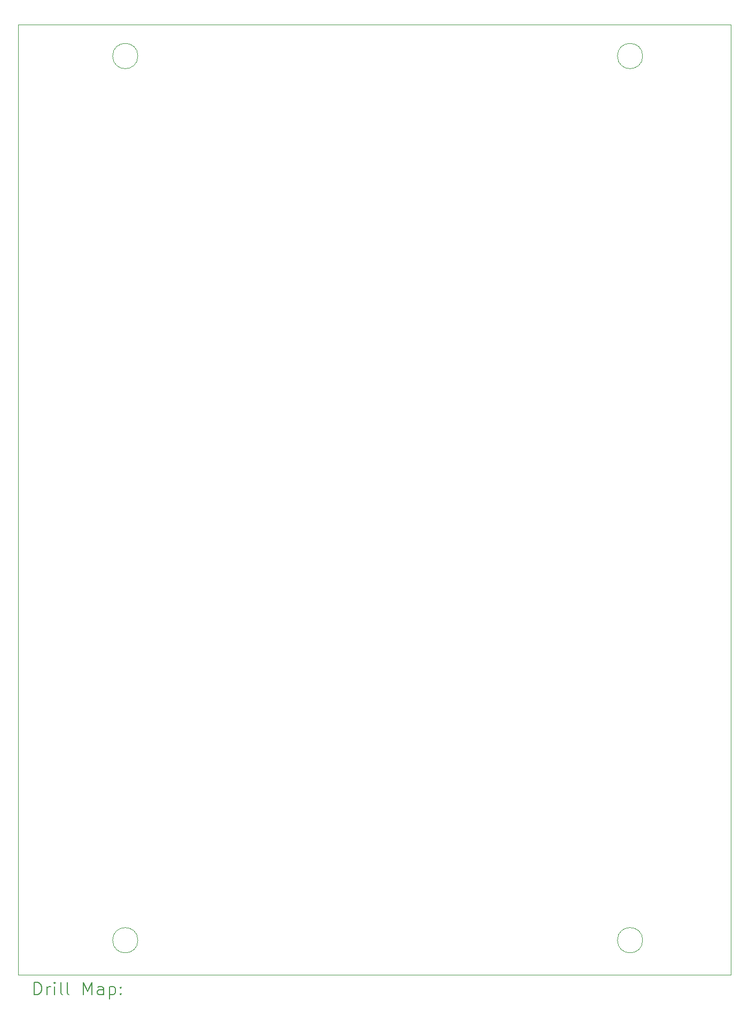
<source format=gbr>
%TF.GenerationSoftware,KiCad,Pcbnew,8.0.7-8.0.7-0~ubuntu22.04.1*%
%TF.CreationDate,2025-02-03T14:05:32-05:00*%
%TF.ProjectId,Keg Washer,4b656720-5761-4736-9865-722e6b696361,rev?*%
%TF.SameCoordinates,Original*%
%TF.FileFunction,Drillmap*%
%TF.FilePolarity,Positive*%
%FSLAX45Y45*%
G04 Gerber Fmt 4.5, Leading zero omitted, Abs format (unit mm)*
G04 Created by KiCad (PCBNEW 8.0.7-8.0.7-0~ubuntu22.04.1) date 2025-02-03 14:05:32*
%MOMM*%
%LPD*%
G01*
G04 APERTURE LIST*
%ADD10C,0.050000*%
%ADD11C,0.200000*%
G04 APERTURE END LIST*
D10*
X24650000Y-6500000D02*
G75*
G02*
X24250000Y-6500000I-200000J0D01*
G01*
X24250000Y-6500000D02*
G75*
G02*
X24650000Y-6500000I200000J0D01*
G01*
X16650000Y-6500000D02*
G75*
G02*
X16250000Y-6500000I-200000J0D01*
G01*
X16250000Y-6500000D02*
G75*
G02*
X16650000Y-6500000I200000J0D01*
G01*
X16650000Y-20500000D02*
G75*
G02*
X16250000Y-20500000I-200000J0D01*
G01*
X16250000Y-20500000D02*
G75*
G02*
X16650000Y-20500000I200000J0D01*
G01*
X24650000Y-20500000D02*
G75*
G02*
X24250000Y-20500000I-200000J0D01*
G01*
X24250000Y-20500000D02*
G75*
G02*
X24650000Y-20500000I200000J0D01*
G01*
X14750000Y-6000000D02*
X26050000Y-6000000D01*
X26050000Y-21050000D01*
X14750000Y-21050000D01*
X14750000Y-6000000D01*
D11*
X15008277Y-21363984D02*
X15008277Y-21163984D01*
X15008277Y-21163984D02*
X15055896Y-21163984D01*
X15055896Y-21163984D02*
X15084467Y-21173508D01*
X15084467Y-21173508D02*
X15103515Y-21192555D01*
X15103515Y-21192555D02*
X15113039Y-21211603D01*
X15113039Y-21211603D02*
X15122562Y-21249698D01*
X15122562Y-21249698D02*
X15122562Y-21278270D01*
X15122562Y-21278270D02*
X15113039Y-21316365D01*
X15113039Y-21316365D02*
X15103515Y-21335412D01*
X15103515Y-21335412D02*
X15084467Y-21354460D01*
X15084467Y-21354460D02*
X15055896Y-21363984D01*
X15055896Y-21363984D02*
X15008277Y-21363984D01*
X15208277Y-21363984D02*
X15208277Y-21230650D01*
X15208277Y-21268746D02*
X15217801Y-21249698D01*
X15217801Y-21249698D02*
X15227324Y-21240174D01*
X15227324Y-21240174D02*
X15246372Y-21230650D01*
X15246372Y-21230650D02*
X15265420Y-21230650D01*
X15332086Y-21363984D02*
X15332086Y-21230650D01*
X15332086Y-21163984D02*
X15322562Y-21173508D01*
X15322562Y-21173508D02*
X15332086Y-21183031D01*
X15332086Y-21183031D02*
X15341610Y-21173508D01*
X15341610Y-21173508D02*
X15332086Y-21163984D01*
X15332086Y-21163984D02*
X15332086Y-21183031D01*
X15455896Y-21363984D02*
X15436848Y-21354460D01*
X15436848Y-21354460D02*
X15427324Y-21335412D01*
X15427324Y-21335412D02*
X15427324Y-21163984D01*
X15560658Y-21363984D02*
X15541610Y-21354460D01*
X15541610Y-21354460D02*
X15532086Y-21335412D01*
X15532086Y-21335412D02*
X15532086Y-21163984D01*
X15789229Y-21363984D02*
X15789229Y-21163984D01*
X15789229Y-21163984D02*
X15855896Y-21306841D01*
X15855896Y-21306841D02*
X15922562Y-21163984D01*
X15922562Y-21163984D02*
X15922562Y-21363984D01*
X16103515Y-21363984D02*
X16103515Y-21259222D01*
X16103515Y-21259222D02*
X16093991Y-21240174D01*
X16093991Y-21240174D02*
X16074943Y-21230650D01*
X16074943Y-21230650D02*
X16036848Y-21230650D01*
X16036848Y-21230650D02*
X16017801Y-21240174D01*
X16103515Y-21354460D02*
X16084467Y-21363984D01*
X16084467Y-21363984D02*
X16036848Y-21363984D01*
X16036848Y-21363984D02*
X16017801Y-21354460D01*
X16017801Y-21354460D02*
X16008277Y-21335412D01*
X16008277Y-21335412D02*
X16008277Y-21316365D01*
X16008277Y-21316365D02*
X16017801Y-21297317D01*
X16017801Y-21297317D02*
X16036848Y-21287793D01*
X16036848Y-21287793D02*
X16084467Y-21287793D01*
X16084467Y-21287793D02*
X16103515Y-21278270D01*
X16198753Y-21230650D02*
X16198753Y-21430650D01*
X16198753Y-21240174D02*
X16217801Y-21230650D01*
X16217801Y-21230650D02*
X16255896Y-21230650D01*
X16255896Y-21230650D02*
X16274943Y-21240174D01*
X16274943Y-21240174D02*
X16284467Y-21249698D01*
X16284467Y-21249698D02*
X16293991Y-21268746D01*
X16293991Y-21268746D02*
X16293991Y-21325889D01*
X16293991Y-21325889D02*
X16284467Y-21344936D01*
X16284467Y-21344936D02*
X16274943Y-21354460D01*
X16274943Y-21354460D02*
X16255896Y-21363984D01*
X16255896Y-21363984D02*
X16217801Y-21363984D01*
X16217801Y-21363984D02*
X16198753Y-21354460D01*
X16379705Y-21344936D02*
X16389229Y-21354460D01*
X16389229Y-21354460D02*
X16379705Y-21363984D01*
X16379705Y-21363984D02*
X16370182Y-21354460D01*
X16370182Y-21354460D02*
X16379705Y-21344936D01*
X16379705Y-21344936D02*
X16379705Y-21363984D01*
X16379705Y-21240174D02*
X16389229Y-21249698D01*
X16389229Y-21249698D02*
X16379705Y-21259222D01*
X16379705Y-21259222D02*
X16370182Y-21249698D01*
X16370182Y-21249698D02*
X16379705Y-21240174D01*
X16379705Y-21240174D02*
X16379705Y-21259222D01*
M02*

</source>
